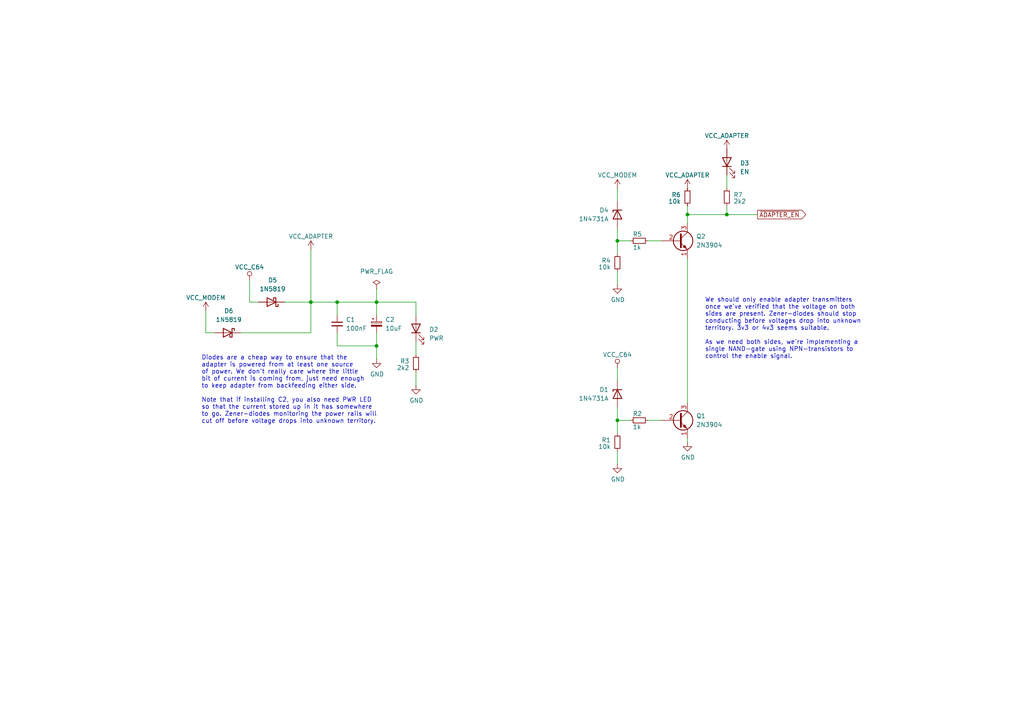
<source format=kicad_sch>
(kicad_sch (version 20231120) (generator "eeschema") (generator_version "8.0")
  (paper "A4")
  (title_block (title "Power and control") (comment 1 "enable communication once both are powered up.") (comment 2 "cause something to eventually burn out, so we will need to monitor each side and only") (comment 3 "backfeeding - one side being partially powered up through digital signal lines. This will") (comment 4 "The C64 and BulkyModem will need to be independently powered, this is in order to avoid"))
  (lib_symbols
    (symbol "Device:C_Polarized_Small" (pin_numbers hide) (pin_names (offset 0.254) hide)
      (property "Reference" "C" (at 0.254 1.778 0))
      (property "Value" "C_Polarized_Small" (at 0.254 -2.032 0))
      (symbol "C_Polarized_Small_0_1"
        (rectangle (start -1.524 -0.3048) (end 1.524 -0.6858) (fill (type outline)))
        (rectangle (start -1.524 0.6858) (end 1.524 0.3048))
        (polyline (pts (xy -1.27 1.524) (xy -0.762 1.524)))
        (polyline (pts (xy -1.016 1.27) (xy -1.016 1.778)))
      )
      (symbol "C_Polarized_Small_1_1"
        (pin passive line (at 0 2.54 270) (length 1.8542) (name "~") (number "1"))
        (pin passive line (at 0 -2.54 90) (length 1.8542) (name "~") (number "2"))
      )
    )
    (symbol "Device:C_Small" (pin_numbers hide) (pin_names (offset 0.254) hide)
      (property "Reference" "C" (at 0.254 1.778 0))
      (property "Value" "C_Small" (at 0.254 -2.032 0))
      (symbol "C_Small_0_1"
        (polyline (pts (xy -1.524 -0.508) (xy 1.524 -0.508)) (stroke (width 0.3302)))
        (polyline (pts (xy -1.524 0.508) (xy 1.524 0.508)) (stroke (width 0.3048)))
      )
      (symbol "C_Small_1_1"
        (pin passive line (at 0 2.54 270) (length 2.032) (name "~") (number "1"))
        (pin passive line (at 0 -2.54 90) (length 2.032) (name "~") (number "2"))
      )
    )
    (symbol "Device:LED" (pin_numbers hide) (pin_names (offset 1.016) hide)
      (property "Reference" "D" (at 0 2.54 0))
      (property "Value" "LED" (at 0 -2.54 0))
      (symbol "LED_0_1"
        (polyline (pts (xy -1.27 -1.27) (xy -1.27 1.27)) (stroke (width 0.254)))
        (polyline (pts (xy -1.27 0) (xy 1.27 0)))
        (polyline (pts (xy 1.27 -1.27) (xy 1.27 1.27) (xy -1.27 0) (xy 1.27 -1.27)) (stroke (width 0.254)))
        (polyline (pts (xy -3.048 -0.762) (xy -4.572 -2.286) (xy -3.81 -2.286) (xy -4.572 -2.286) (xy -4.572 -1.524)))
        (polyline (pts (xy -1.778 -0.762) (xy -3.302 -2.286) (xy -2.54 -2.286) (xy -3.302 -2.286) (xy -3.302 -1.524)))
      )
      (symbol "LED_1_1"
        (pin passive line (at -3.81 0 0) (length 2.54) (name "K") (number "1"))
        (pin passive line (at 3.81 0 180) (length 2.54) (name "A") (number "2"))
      )
    )
    (symbol "Device:R_Small" (pin_numbers hide) (pin_names (offset 0.254) hide)
      (property "Reference" "R" (at 0.762 0.508 0))
      (property "Value" "R_Small" (at 0.762 -1.016 0))
      (symbol "R_Small_0_1"
        (rectangle (start -0.762 1.778) (end 0.762 -1.778) (stroke (width 0.2032)))
      )
      (symbol "R_Small_1_1"
        (pin passive line (at 0 2.54 270) (length 0.762) (name "~") (number "1"))
        (pin passive line (at 0 -2.54 90) (length 0.762) (name "~") (number "2"))
      )
    )
    (symbol "Diode:1N47xxA" (pin_numbers hide) (pin_names hide)
      (property "Reference" "D" (at 0 2.54 0))
      (property "Value" "1N47xxA" (at 0 -2.54 0))
      (symbol "1N47xxA_0_1"
        (polyline (pts (xy 1.27 0) (xy -1.27 0)))
        (polyline (pts (xy -1.27 -1.27) (xy -1.27 1.27) (xy -0.762 1.27)) (stroke (width 0.254)))
        (polyline (pts (xy 1.27 -1.27) (xy 1.27 1.27) (xy -1.27 0) (xy 1.27 -1.27)) (stroke (width 0.254)))
      )
      (symbol "1N47xxA_1_1"
        (pin passive line (at -3.81 0 0) (length 2.54) (name "K") (number "1"))
        (pin passive line (at 3.81 0 180) (length 2.54) (name "A") (number "2"))
      )
    )
    (symbol "Diode:1N5819" (pin_numbers hide) (pin_names (offset 1.016) hide)
      (property "Reference" "D" (at 0 2.54 0))
      (property "Value" "1N5819" (at 0 -2.54 0))
      (symbol "1N5819_0_1"
        (polyline (pts (xy 1.27 0) (xy -1.27 0)))
        (polyline (pts (xy 1.27 1.27) (xy 1.27 -1.27) (xy -1.27 0) (xy 1.27 1.27)) (stroke (width 0.254)))
        (polyline (pts (xy -1.905 0.635) (xy -1.905 1.27) (xy -1.27 1.27) (xy -1.27 -1.27) (xy -0.635 -1.27) (xy -0.635 -0.635)) (stroke (width 0.254)))
      )
      (symbol "1N5819_1_1"
        (pin passive line (at -3.81 0 0) (length 2.54) (name "K") (number "1"))
        (pin passive line (at 3.81 0 180) (length 2.54) (name "A") (number "2"))
      )
    )
    (symbol "Transistor_BJT:2N3904" (pin_names (offset 0) hide)
      (property "Reference" "Q" (at 5.08 1.905 0))
      (property "Value" "2N3904" (at 5.08 0 0))
      (symbol "2N3904_0_1"
        (polyline (pts (xy 0.635 0.635) (xy 2.54 2.54)))
        (polyline (pts (xy 0.635 -0.635) (xy 2.54 -2.54) (xy 2.54 -2.54)))
        (polyline (pts (xy 0.635 1.905) (xy 0.635 -1.905) (xy 0.635 -1.905)) (stroke (width 0.508)))
        (polyline (pts (xy 1.27 -1.778) (xy 1.778 -1.27) (xy 2.286 -2.286) (xy 1.27 -1.778) (xy 1.27 -1.778)) (fill (type outline)))
        (circle (center 1.27 0) (radius 2.8194) (stroke (width 0.254)))
      )
      (symbol "2N3904_1_1"
        (pin passive line (at 2.54 -5.08 90) (length 2.54) (name "E") (number "1"))
        (pin passive line (at -5.08 0 0) (length 5.715) (name "B") (number "2"))
        (pin passive line (at 2.54 5.08 270) (length 2.54) (name "C") (number "3"))
      )
    )
    (symbol "barrel_jack:VIN" (power) (pin_names (offset 0))
      (property "Value" "VIN" (at 0 3.81 0))
      (symbol "VIN_0_1"
        (polyline (pts (xy 0 0) (xy 0 1.27)))
        (circle (center 0 1.905) (radius 0.635))
      )
      (symbol "VIN_1_1"
        (pin power_in line (at 0 0 90) (length 0) hide (name "VIN") (number "1"))
      )
    )
    (symbol "power:GND" (power) (pin_numbers hide) (pin_names (offset 0) hide)
      (property "Value" "GND" (at 0 -3.81 0))
      (symbol "GND_0_1"
        (polyline (pts (xy 0 0) (xy 0 -1.27) (xy 1.27 -1.27) (xy 0 -2.54) (xy -1.27 -1.27) (xy 0 -1.27)))
      )
      (symbol "GND_1_1"
        (pin power_in line (at 0 0 270) (length 0) (name "~") (number "1"))
      )
    )
    (symbol "power:PWR_FLAG" (power) (pin_numbers hide) (pin_names (offset 0) hide)
      (property "Value" "PWR_FLAG" (at 0 3.81 0))
      (symbol "PWR_FLAG_0_0"
        (pin power_out line (at 0 0 90) (length 0) (name "~") (number "1"))
      )
      (symbol "PWR_FLAG_0_1"
        (polyline (pts (xy 0 0) (xy 0 1.27) (xy -1.016 1.905) (xy 0 2.54) (xy 1.016 1.905) (xy 0 1.27)))
      )
    )
    (symbol "power:VCC" (power) (pin_numbers hide) (pin_names (offset 0) hide)
      (property "Value" "VCC" (at 0 3.556 0))
      (symbol "VCC_0_1"
        (polyline (pts (xy -0.762 1.27) (xy 0 2.54)))
        (polyline (pts (xy 0 0) (xy 0 2.54)))
        (polyline (pts (xy 0 2.54) (xy 0.762 1.27)))
      )
      (symbol "VCC_1_1"
        (pin power_in line (at 0 0 90) (length 0) (name "~") (number "1"))
      )
    )
  )
  (junction (at 179.07 69.85))
  (junction (at 179.07 121.92))
  (junction (at 109.22 87.63))
  (junction (at 199.39 62.23))
  (junction (at 210.82 62.23))
  (junction (at 109.22 100.33))
  (junction (at 90.17 87.63))
  (junction (at 97.79 87.63))
  (wire (pts (xy 187.96 121.92) (xy 191.77 121.92)))
  (wire (pts (xy 187.96 69.85) (xy 191.77 69.85)))
  (wire (pts (xy 179.07 118.11) (xy 179.07 121.92)))
  (wire (pts (xy 59.69 96.52) (xy 62.23 96.52)))
  (wire (pts (xy 179.07 66.04) (xy 179.07 69.85)))
  (wire (pts (xy 109.22 87.63) (xy 120.65 87.63)))
  (wire (pts (xy 210.82 50.8) (xy 210.82 54.61)))
  (wire (pts (xy 97.79 100.33) (xy 109.22 100.33)))
  (wire (pts (xy 199.39 59.69) (xy 199.39 62.23)))
  (wire (pts (xy 120.65 99.06) (xy 120.65 102.87)))
  (wire (pts (xy 109.22 100.33) (xy 109.22 96.52)))
  (wire (pts (xy 90.17 87.63) (xy 90.17 96.52)))
  (wire (pts (xy 179.07 121.92) (xy 182.88 121.92)))
  (wire (pts (xy 210.82 62.23) (xy 219.71 62.23)))
  (wire (pts (xy 72.39 87.63) (xy 74.93 87.63)))
  (wire (pts (xy 179.07 130.81) (xy 179.07 134.62)))
  (wire (pts (xy 90.17 72.39) (xy 90.17 87.63)))
  (wire (pts (xy 210.82 59.69) (xy 210.82 62.23)))
  (wire (pts (xy 199.39 74.93) (xy 199.39 116.84)))
  (wire (pts (xy 179.07 69.85) (xy 182.88 69.85)))
  (wire (pts (xy 120.65 87.63) (xy 120.65 91.44)))
  (wire (pts (xy 109.22 87.63) (xy 109.22 91.44)))
  (wire (pts (xy 97.79 96.52) (xy 97.79 100.33)))
  (wire (pts (xy 109.22 83.82) (xy 109.22 87.63)))
  (wire (pts (xy 179.07 54.61) (xy 179.07 58.42)))
  (wire (pts (xy 199.39 62.23) (xy 199.39 64.77)))
  (wire (pts (xy 69.85 96.52) (xy 90.17 96.52)))
  (wire (pts (xy 97.79 87.63) (xy 109.22 87.63)))
  (wire (pts (xy 179.07 73.66) (xy 179.07 69.85)))
  (wire (pts (xy 179.07 125.73) (xy 179.07 121.92)))
  (wire (pts (xy 199.39 62.23) (xy 210.82 62.23)))
  (wire (pts (xy 82.55 87.63) (xy 90.17 87.63)))
  (wire (pts (xy 59.69 90.17) (xy 59.69 96.52)))
  (wire (pts (xy 120.65 107.95) (xy 120.65 111.76)))
  (wire (pts (xy 97.79 87.63) (xy 97.79 91.44)))
  (wire (pts (xy 179.07 78.74) (xy 179.07 82.55)))
  (wire (pts (xy 199.39 127) (xy 199.39 128.27)))
  (wire (pts (xy 109.22 100.33) (xy 109.22 104.14)))
  (wire (pts (xy 179.07 106.68) (xy 179.07 110.49)))
  (wire (pts (xy 90.17 87.63) (xy 97.79 87.63)))
  (wire (pts (xy 72.39 81.28) (xy 72.39 87.63)))
  (text "We should only enable adapter transmitters\nonce we've verified that the voltage on both\nsides are present. Zener-diodes should stop\nconducting before voltages drop into unknown\nterritory. 3v3 or 4v3 seems suitable.\n\nAs we need both sides, we're implementing a\nsingle NAND-gate using NPN-transistors to\ncontrol the enable signal." (at 204.47 95.25 0) (effects (font (size 1.27 1.27)) (justify left)))
  (text "Diodes are a cheap way to ensure that the\nadapter is powered from at least one source\nof power. We don't really care where the little\nbit of current is coming from, just need enough\nto keep adapter from backfeeding either side.\n\nNote that if installing C2, you also need PWR LED\nso that the current stored up in it has somewhere\nto go. Zener-diodes monitoring the power rails will\ncut off before voltage drops into unknown territory." (at 58.42 113.03 0) (effects (font (size 1.27 1.27)) (justify left)))
  (global_label "~{ADAPTER_EN}" (shape output) (at 219.71 62.23 0) (property "Intersheetrefs" "${INTERSHEET_REFS}" (effects (hide yes))))
  (symbol (lib_id "power:PWR_FLAG") (at 109.22 83.82 0) (unit 1)
    (property "Reference" "#FLG01" (effects (hide yes)))
    (property "Value" "PWR_FLAG" (at 109.22 78.74 0))
    (property "Description" "Special symbol for telling ERC where power comes from" (effects (hide yes)))
  )
  (symbol (lib_id "power:GND") (at 109.22 104.14 0) (unit 1)
    (property "Reference" "#PWR06" (effects (hide yes)))
    (property "Value" "GND" (at 109.347 108.5342 0))
  )
  (symbol (lib_id "Diode:1N5819") (at 66.04 96.52 0) (mirror y) (unit 1)
    (property "Reference" "D6" (at 66.3575 90.17 0))
    (property "Value" "1N5819" (at 66.3575 92.71 0))
    (property "Footprint" "BulkyModem:D_DO-41_SOD81_P10.16mm_Horizontal" (effects (hide yes)))
    (property "Datasheet" "http://www.vishay.com/docs/88525/1n5817.pdf" (effects (hide yes)))
    (property "Description" "40V 1A Schottky Barrier Rectifier Diode, DO-41" (effects (hide yes)))
  )
  (symbol (lib_id "Diode:1N47xxA") (at 179.07 114.3 90) (mirror x) (unit 1)
    (property "Reference" "D1" (at 176.53 113.0299 90) (effects (justify left)))
    (property "Value" "1N4731A" (at 176.53 115.5699 90) (effects (justify left)))
    (property "Footprint" "Diode_THT:D_DO-41_SOD81_P10.16mm_Horizontal" (effects (hide yes)))
    (property "Datasheet" "https://www.vishay.com/docs/85816/1n4728a.pdf" (effects (hide yes)))
    (property "Description" "1300mW Silicon planar power Zener diodes, DO-41" (effects (hide yes)))
  )
  (symbol (lib_id "Device:LED") (at 210.82 46.99 90) (unit 1)
    (property "Reference" "D3" (at 214.63 47.3074 90) (effects (justify right)))
    (property "Value" "EN" (at 214.63 49.8474 90) (effects (justify right)))
    (property "Footprint" "LED_THT:LED_D3.0mm" (effects (hide yes)))
    (property "Description" "Light emitting diode" (effects (hide yes)))
  )
  (symbol (lib_id "Device:C_Polarized_Small") (at 109.22 93.98 0) (unit 1)
    (property "Reference" "C2" (at 111.76 92.71 0) (effects (justify left)))
    (property "Value" "10uF" (at 111.76 95.25 0) (effects (justify left)))
    (property "Footprint" "Capacitor_THT:CP_Radial_D4.0mm_P2.00mm" (effects (hide yes)))
    (property "Description" "Polarized capacitor, small symbol" (effects (hide yes)))
  )
  (symbol (lib_id "power:VCC") (at 199.39 54.61 0) (unit 1)
    (property "Reference" "#PWR014" (effects (hide yes)))
    (property "Value" "VCC_ADAPTER" (at 199.39 50.8 0))
    (property "Description" "Power symbol creates a global label with name \"VCC\"" (effects (hide yes)))
  )
  (symbol (lib_id "Transistor_BJT:2N3904") (at 196.85 69.85 0) (unit 1)
    (property "Reference" "Q2" (at 201.93 68.5799 0) (effects (justify left)))
    (property "Value" "2N3904" (at 201.93 71.1199 0) (effects (justify left)))
    (property "Footprint" "Package_TO_SOT_THT:TO-92_Inline_Wide" (effects (hide yes)))
    (property "Datasheet" "https://www.onsemi.com/pub/Collateral/2N3903-D.PDF" (effects (hide yes)))
    (property "Description" "0.2A Ic, 40V Vce, Small Signal NPN Transistor, TO-92" (effects (hide yes)))
  )
  (symbol (lib_id "Transistor_BJT:2N3904") (at 196.85 121.92 0) (unit 1)
    (property "Reference" "Q1" (at 201.93 120.6499 0) (effects (justify left)))
    (property "Value" "2N3904" (at 201.93 123.1899 0) (effects (justify left)))
    (property "Footprint" "Package_TO_SOT_THT:TO-92_Inline_Wide" (effects (hide yes)))
    (property "Datasheet" "https://www.onsemi.com/pub/Collateral/2N3903-D.PDF" (effects (hide yes)))
    (property "Description" "0.2A Ic, 40V Vce, Small Signal NPN Transistor, TO-92" (effects (hide yes)))
  )
  (symbol (lib_id "Device:LED") (at 120.65 95.25 90) (unit 1)
    (property "Reference" "D2" (at 124.46 95.5674 90) (effects (justify right)))
    (property "Value" "PWR" (at 124.46 98.1074 90) (effects (justify right)))
    (property "Footprint" "LED_THT:LED_D3.0mm" (effects (hide yes)))
    (property "Description" "Light emitting diode" (effects (hide yes)))
  )
  (symbol (lib_id "barrel_jack:VIN") (at 72.39 81.28 0) (unit 1)
    (property "Reference" "#PWR016" (effects (hide yes)))
    (property "Value" "VCC_C64" (at 72.39 77.47 0))
    (property "Description" "Power symbol creates a global label with name \"LINE\"" (effects (hide yes)))
  )
  (symbol (lib_id "Diode:1N47xxA") (at 179.07 62.23 90) (mirror x) (unit 1)
    (property "Reference" "D4" (at 176.53 60.9599 90) (effects (justify left)))
    (property "Value" "1N4731A" (at 176.53 63.4999 90) (effects (justify left)))
    (property "Footprint" "Diode_THT:D_DO-41_SOD81_P10.16mm_Horizontal" (effects (hide yes)))
    (property "Datasheet" "https://www.vishay.com/docs/85816/1n4728a.pdf" (effects (hide yes)))
    (property "Description" "1300mW Silicon planar power Zener diodes, DO-41" (effects (hide yes)))
  )
  (symbol (lib_id "power:VCC") (at 59.69 90.17 0) (mirror y) (unit 1)
    (property "Reference" "#PWR018" (effects (hide yes)))
    (property "Value" "VCC_MODEM" (at 59.69 86.36 0))
    (property "Description" "Power symbol creates a global label with name \"VCC\"" (effects (hide yes)))
  )
  (symbol (lib_id "Device:C_Small") (at 97.79 93.98 0) (unit 1)
    (property "Reference" "C1" (at 100.33 92.71 0) (effects (justify left)))
    (property "Value" "100nF" (at 100.33 95.25 0) (effects (justify left)))
    (property "Footprint" "Capacitor_THT:C_Disc_D4.7mm_W2.5mm_P5.00mm" (effects (hide yes)))
    (property "Description" "Unpolarized capacitor, small symbol" (effects (hide yes)))
  )
  (symbol (lib_id "power:VCC") (at 90.17 72.39 0) (unit 1)
    (property "Reference" "#PWR017" (effects (hide yes)))
    (property "Value" "VCC_ADAPTER" (at 90.17 68.58 0))
    (property "Description" "Power symbol creates a global label with name \"VCC\"" (effects (hide yes)))
  )
  (symbol (lib_id "power:GND") (at 199.39 128.27 0) (unit 1)
    (property "Reference" "#PWR09" (effects (hide yes)))
    (property "Value" "GND" (at 199.517 132.6642 0))
  )
  (symbol (lib_id "Device:R_Small") (at 210.82 57.15 0) (unit 1)
    (property "Reference" "R7" (at 212.725 56.515 0) (effects (justify left)))
    (property "Value" "2k2" (at 212.725 58.42 0) (effects (justify left)))
    (property "Footprint" "resistor:R_Axial_DIN0207_L6.3mm_D2.5mm_P10.16mm_Horizontal" (effects (hide yes)))
    (property "Description" "Resistor, small symbol" (effects (hide yes)))
  )
  (symbol (lib_id "Device:R_Small") (at 199.39 57.15 0) (mirror y) (unit 1)
    (property "Reference" "R6" (at 197.485 56.515 0) (effects (justify left)))
    (property "Value" "10k" (at 197.485 58.42 0) (effects (justify left)))
    (property "Footprint" "resistor:R_Axial_DIN0207_L6.3mm_D2.5mm_P10.16mm_Horizontal" (effects (hide yes)))
    (property "Description" "Resistor, small symbol" (effects (hide yes)))
  )
  (symbol (lib_id "Device:R_Small") (at 179.07 76.2 0) (mirror y) (unit 1)
    (property "Reference" "R4" (at 177.165 75.565 0) (effects (justify left)))
    (property "Value" "10k" (at 177.165 77.47 0) (effects (justify left)))
    (property "Footprint" "resistor:R_Axial_DIN0207_L6.3mm_D2.5mm_P10.16mm_Horizontal" (effects (hide yes)))
    (property "Description" "Resistor, small symbol" (effects (hide yes)))
  )
  (symbol (lib_id "power:VCC") (at 210.82 43.18 0) (unit 1)
    (property "Reference" "#PWR015" (effects (hide yes)))
    (property "Value" "VCC_ADAPTER" (at 210.82 39.37 0))
    (property "Description" "Power symbol creates a global label with name \"VCC\"" (effects (hide yes)))
  )
  (symbol (lib_id "Diode:1N5819") (at 78.74 87.63 180) (unit 1)
    (property "Reference" "D5" (at 79.0575 81.28 0))
    (property "Value" "1N5819" (at 79.0575 83.82 0))
    (property "Footprint" "BulkyModem:D_DO-41_SOD81_P10.16mm_Horizontal" (effects (hide yes)))
    (property "Datasheet" "http://www.vishay.com/docs/88525/1n5817.pdf" (effects (hide yes)))
    (property "Description" "40V 1A Schottky Barrier Rectifier Diode, DO-41" (effects (hide yes)))
  )
  (symbol (lib_id "power:GND") (at 120.65 111.76 0) (unit 1)
    (property "Reference" "#PWR05" (effects (hide yes)))
    (property "Value" "GND" (at 120.777 116.1542 0))
  )
  (symbol (lib_id "barrel_jack:VIN") (at 179.07 106.68 0) (unit 1)
    (property "Reference" "#PWR03" (effects (hide yes)))
    (property "Value" "VCC_C64" (at 179.07 102.87 0))
    (property "Description" "Power symbol creates a global label with name \"LINE\"" (effects (hide yes)))
  )
  (symbol (lib_id "Device:R_Small") (at 185.42 69.85 270) (mirror x) (unit 1)
    (property "Reference" "R5" (at 183.515 67.945 90) (effects (justify left)))
    (property "Value" "1k" (at 183.515 71.755 90) (effects (justify left)))
    (property "Footprint" "resistor:R_Axial_DIN0207_L6.3mm_D2.5mm_P10.16mm_Horizontal" (effects (hide yes)))
    (property "Description" "Resistor, small symbol" (effects (hide yes)))
  )
  (symbol (lib_id "power:VCC") (at 179.07 54.61 0) (unit 1)
    (property "Reference" "#PWR012" (effects (hide yes)))
    (property "Value" "VCC_MODEM" (at 179.07 50.8 0))
    (property "Description" "Power symbol creates a global label with name \"VCC\"" (effects (hide yes)))
  )
  (symbol (lib_id "Device:R_Small") (at 179.07 128.27 0) (mirror y) (unit 1)
    (property "Reference" "R1" (at 177.165 127.635 0) (effects (justify left)))
    (property "Value" "10k" (at 177.165 129.54 0) (effects (justify left)))
    (property "Footprint" "resistor:R_Axial_DIN0207_L6.3mm_D2.5mm_P10.16mm_Horizontal" (effects (hide yes)))
    (property "Description" "Resistor, small symbol" (effects (hide yes)))
  )
  (symbol (lib_id "Device:R_Small") (at 185.42 121.92 270) (mirror x) (unit 1)
    (property "Reference" "R2" (at 183.515 120.015 90) (effects (justify left)))
    (property "Value" "1k" (at 183.515 123.825 90) (effects (justify left)))
    (property "Footprint" "resistor:R_Axial_DIN0207_L6.3mm_D2.5mm_P10.16mm_Horizontal" (effects (hide yes)))
    (property "Description" "Resistor, small symbol" (effects (hide yes)))
  )
  (symbol (lib_id "Device:R_Small") (at 120.65 105.41 0) (mirror y) (unit 1)
    (property "Reference" "R3" (at 118.745 104.775 0) (effects (justify left)))
    (property "Value" "2k2" (at 118.745 106.68 0) (effects (justify left)))
    (property "Footprint" "resistor:R_Axial_DIN0207_L6.3mm_D2.5mm_P10.16mm_Horizontal" (effects (hide yes)))
    (property "Description" "Resistor, small symbol" (effects (hide yes)))
  )
  (symbol (lib_id "power:GND") (at 179.07 82.55 0) (unit 1)
    (property "Reference" "#PWR013" (effects (hide yes)))
    (property "Value" "GND" (at 179.197 86.9442 0))
  )
  (symbol (lib_id "power:GND") (at 179.07 134.62 0) (unit 1)
    (property "Reference" "#PWR04" (effects (hide yes)))
    (property "Value" "GND" (at 179.197 139.0142 0))
  )
)
</source>
